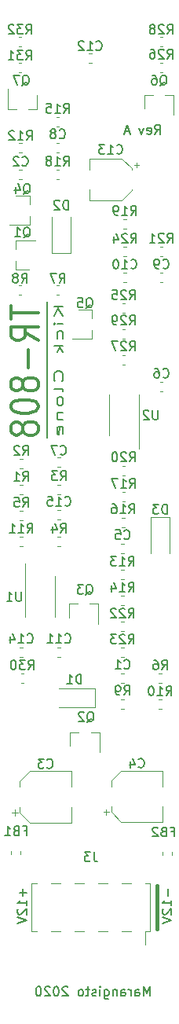
<source format=gbr>
G04 #@! TF.GenerationSoftware,KiCad,Pcbnew,(5.1.5)-3*
G04 #@! TF.CreationDate,2020-07-12T13:51:54+08:00*
G04 #@! TF.ProjectId,Kick-808,4b69636b-2d38-4303-982e-6b696361645f,rev?*
G04 #@! TF.SameCoordinates,Original*
G04 #@! TF.FileFunction,Legend,Bot*
G04 #@! TF.FilePolarity,Positive*
%FSLAX46Y46*%
G04 Gerber Fmt 4.6, Leading zero omitted, Abs format (unit mm)*
G04 Created by KiCad (PCBNEW (5.1.5)-3) date 2020-07-12 13:51:54*
%MOMM*%
%LPD*%
G04 APERTURE LIST*
%ADD10C,0.150000*%
%ADD11C,0.200000*%
%ADD12C,0.300000*%
%ADD13C,0.400000*%
%ADD14C,0.120000*%
G04 APERTURE END LIST*
D10*
X133897523Y-60523380D02*
X134230857Y-60047190D01*
X134468952Y-60523380D02*
X134468952Y-59523380D01*
X134088000Y-59523380D01*
X133992761Y-59571000D01*
X133945142Y-59618619D01*
X133897523Y-59713857D01*
X133897523Y-59856714D01*
X133945142Y-59951952D01*
X133992761Y-59999571D01*
X134088000Y-60047190D01*
X134468952Y-60047190D01*
X133088000Y-60475761D02*
X133183238Y-60523380D01*
X133373714Y-60523380D01*
X133468952Y-60475761D01*
X133516571Y-60380523D01*
X133516571Y-59999571D01*
X133468952Y-59904333D01*
X133373714Y-59856714D01*
X133183238Y-59856714D01*
X133088000Y-59904333D01*
X133040380Y-59999571D01*
X133040380Y-60094809D01*
X133516571Y-60190047D01*
X132707047Y-59856714D02*
X132468952Y-60523380D01*
X132230857Y-59856714D01*
X131135619Y-60237666D02*
X130659428Y-60237666D01*
X131230857Y-60523380D02*
X130897523Y-59523380D01*
X130564190Y-60523380D01*
X122301000Y-78613000D02*
X122301000Y-93218000D01*
D11*
X124023380Y-79121857D02*
X123023380Y-79121857D01*
X124023380Y-80150428D02*
X123451952Y-79379000D01*
X123023380Y-80150428D02*
X123594809Y-79121857D01*
X124023380Y-80921857D02*
X123356714Y-80921857D01*
X123023380Y-80921857D02*
X123071000Y-80836142D01*
X123118619Y-80921857D01*
X123071000Y-81007571D01*
X123023380Y-80921857D01*
X123118619Y-80921857D01*
X123975761Y-82550428D02*
X124023380Y-82379000D01*
X124023380Y-82036142D01*
X123975761Y-81864714D01*
X123928142Y-81779000D01*
X123832904Y-81693285D01*
X123547190Y-81693285D01*
X123451952Y-81779000D01*
X123404333Y-81864714D01*
X123356714Y-82036142D01*
X123356714Y-82379000D01*
X123404333Y-82550428D01*
X124023380Y-83321857D02*
X123023380Y-83321857D01*
X123642428Y-83493285D02*
X124023380Y-84007571D01*
X123356714Y-84007571D02*
X123737666Y-83321857D01*
X123928142Y-87179000D02*
X123975761Y-87093285D01*
X124023380Y-86836142D01*
X124023380Y-86664714D01*
X123975761Y-86407571D01*
X123880523Y-86236142D01*
X123785285Y-86150428D01*
X123594809Y-86064714D01*
X123451952Y-86064714D01*
X123261476Y-86150428D01*
X123166238Y-86236142D01*
X123071000Y-86407571D01*
X123023380Y-86664714D01*
X123023380Y-86836142D01*
X123071000Y-87093285D01*
X123118619Y-87179000D01*
X124023380Y-88207571D02*
X123975761Y-88036142D01*
X123880523Y-87950428D01*
X123023380Y-87950428D01*
X124023380Y-89150428D02*
X123975761Y-88979000D01*
X123928142Y-88893285D01*
X123832904Y-88807571D01*
X123547190Y-88807571D01*
X123451952Y-88893285D01*
X123404333Y-88979000D01*
X123356714Y-89150428D01*
X123356714Y-89407571D01*
X123404333Y-89579000D01*
X123451952Y-89664714D01*
X123547190Y-89750428D01*
X123832904Y-89750428D01*
X123928142Y-89664714D01*
X123975761Y-89579000D01*
X124023380Y-89407571D01*
X124023380Y-89150428D01*
X123356714Y-90521857D02*
X124023380Y-90521857D01*
X123451952Y-90521857D02*
X123404333Y-90607571D01*
X123356714Y-90779000D01*
X123356714Y-91036142D01*
X123404333Y-91207571D01*
X123499571Y-91293285D01*
X124023380Y-91293285D01*
X123975761Y-92836142D02*
X124023380Y-92664714D01*
X124023380Y-92321857D01*
X123975761Y-92150428D01*
X123880523Y-92064714D01*
X123499571Y-92064714D01*
X123404333Y-92150428D01*
X123356714Y-92321857D01*
X123356714Y-92664714D01*
X123404333Y-92836142D01*
X123499571Y-92921857D01*
X123594809Y-92921857D01*
X123690047Y-92064714D01*
D12*
X118372142Y-79022666D02*
X118372142Y-80451238D01*
X121372142Y-79736952D02*
X118372142Y-79736952D01*
X121372142Y-82713142D02*
X119943571Y-81879809D01*
X121372142Y-81284571D02*
X118372142Y-81284571D01*
X118372142Y-82236952D01*
X118515000Y-82475047D01*
X118657857Y-82594095D01*
X118943571Y-82713142D01*
X119372142Y-82713142D01*
X119657857Y-82594095D01*
X119800714Y-82475047D01*
X119943571Y-82236952D01*
X119943571Y-81284571D01*
X120229285Y-83784571D02*
X120229285Y-85689333D01*
X119657857Y-87236952D02*
X119515000Y-86998857D01*
X119372142Y-86879809D01*
X119086428Y-86760761D01*
X118943571Y-86760761D01*
X118657857Y-86879809D01*
X118515000Y-86998857D01*
X118372142Y-87236952D01*
X118372142Y-87713142D01*
X118515000Y-87951238D01*
X118657857Y-88070285D01*
X118943571Y-88189333D01*
X119086428Y-88189333D01*
X119372142Y-88070285D01*
X119515000Y-87951238D01*
X119657857Y-87713142D01*
X119657857Y-87236952D01*
X119800714Y-86998857D01*
X119943571Y-86879809D01*
X120229285Y-86760761D01*
X120800714Y-86760761D01*
X121086428Y-86879809D01*
X121229285Y-86998857D01*
X121372142Y-87236952D01*
X121372142Y-87713142D01*
X121229285Y-87951238D01*
X121086428Y-88070285D01*
X120800714Y-88189333D01*
X120229285Y-88189333D01*
X119943571Y-88070285D01*
X119800714Y-87951238D01*
X119657857Y-87713142D01*
X118372142Y-89736952D02*
X118372142Y-89975047D01*
X118515000Y-90213142D01*
X118657857Y-90332190D01*
X118943571Y-90451238D01*
X119515000Y-90570285D01*
X120229285Y-90570285D01*
X120800714Y-90451238D01*
X121086428Y-90332190D01*
X121229285Y-90213142D01*
X121372142Y-89975047D01*
X121372142Y-89736952D01*
X121229285Y-89498857D01*
X121086428Y-89379809D01*
X120800714Y-89260761D01*
X120229285Y-89141714D01*
X119515000Y-89141714D01*
X118943571Y-89260761D01*
X118657857Y-89379809D01*
X118515000Y-89498857D01*
X118372142Y-89736952D01*
X119657857Y-91998857D02*
X119515000Y-91760761D01*
X119372142Y-91641714D01*
X119086428Y-91522666D01*
X118943571Y-91522666D01*
X118657857Y-91641714D01*
X118515000Y-91760761D01*
X118372142Y-91998857D01*
X118372142Y-92475047D01*
X118515000Y-92713142D01*
X118657857Y-92832190D01*
X118943571Y-92951238D01*
X119086428Y-92951238D01*
X119372142Y-92832190D01*
X119515000Y-92713142D01*
X119657857Y-92475047D01*
X119657857Y-91998857D01*
X119800714Y-91760761D01*
X119943571Y-91641714D01*
X120229285Y-91522666D01*
X120800714Y-91522666D01*
X121086428Y-91641714D01*
X121229285Y-91760761D01*
X121372142Y-91998857D01*
X121372142Y-92475047D01*
X121229285Y-92713142D01*
X121086428Y-92832190D01*
X120800714Y-92951238D01*
X120229285Y-92951238D01*
X119943571Y-92832190D01*
X119800714Y-92713142D01*
X119657857Y-92475047D01*
D10*
X133373047Y-153360380D02*
X133373047Y-152360380D01*
X133039714Y-153074666D01*
X132706380Y-152360380D01*
X132706380Y-153360380D01*
X131801619Y-153360380D02*
X131801619Y-152836571D01*
X131849238Y-152741333D01*
X131944476Y-152693714D01*
X132134952Y-152693714D01*
X132230190Y-152741333D01*
X131801619Y-153312761D02*
X131896857Y-153360380D01*
X132134952Y-153360380D01*
X132230190Y-153312761D01*
X132277809Y-153217523D01*
X132277809Y-153122285D01*
X132230190Y-153027047D01*
X132134952Y-152979428D01*
X131896857Y-152979428D01*
X131801619Y-152931809D01*
X131325428Y-153360380D02*
X131325428Y-152693714D01*
X131325428Y-152884190D02*
X131277809Y-152788952D01*
X131230190Y-152741333D01*
X131134952Y-152693714D01*
X131039714Y-152693714D01*
X130277809Y-153360380D02*
X130277809Y-152836571D01*
X130325428Y-152741333D01*
X130420666Y-152693714D01*
X130611142Y-152693714D01*
X130706380Y-152741333D01*
X130277809Y-153312761D02*
X130373047Y-153360380D01*
X130611142Y-153360380D01*
X130706380Y-153312761D01*
X130754000Y-153217523D01*
X130754000Y-153122285D01*
X130706380Y-153027047D01*
X130611142Y-152979428D01*
X130373047Y-152979428D01*
X130277809Y-152931809D01*
X129801619Y-152693714D02*
X129801619Y-153360380D01*
X129801619Y-152788952D02*
X129754000Y-152741333D01*
X129658761Y-152693714D01*
X129515904Y-152693714D01*
X129420666Y-152741333D01*
X129373047Y-152836571D01*
X129373047Y-153360380D01*
X128468285Y-152693714D02*
X128468285Y-153503238D01*
X128515904Y-153598476D01*
X128563523Y-153646095D01*
X128658761Y-153693714D01*
X128801619Y-153693714D01*
X128896857Y-153646095D01*
X128468285Y-153312761D02*
X128563523Y-153360380D01*
X128754000Y-153360380D01*
X128849238Y-153312761D01*
X128896857Y-153265142D01*
X128944476Y-153169904D01*
X128944476Y-152884190D01*
X128896857Y-152788952D01*
X128849238Y-152741333D01*
X128754000Y-152693714D01*
X128563523Y-152693714D01*
X128468285Y-152741333D01*
X127992095Y-153360380D02*
X127992095Y-152693714D01*
X127992095Y-152360380D02*
X128039714Y-152408000D01*
X127992095Y-152455619D01*
X127944476Y-152408000D01*
X127992095Y-152360380D01*
X127992095Y-152455619D01*
X127563523Y-153312761D02*
X127468285Y-153360380D01*
X127277809Y-153360380D01*
X127182571Y-153312761D01*
X127134952Y-153217523D01*
X127134952Y-153169904D01*
X127182571Y-153074666D01*
X127277809Y-153027047D01*
X127420666Y-153027047D01*
X127515904Y-152979428D01*
X127563523Y-152884190D01*
X127563523Y-152836571D01*
X127515904Y-152741333D01*
X127420666Y-152693714D01*
X127277809Y-152693714D01*
X127182571Y-152741333D01*
X126849238Y-152693714D02*
X126468285Y-152693714D01*
X126706380Y-152360380D02*
X126706380Y-153217523D01*
X126658761Y-153312761D01*
X126563523Y-153360380D01*
X126468285Y-153360380D01*
X125992095Y-153360380D02*
X126087333Y-153312761D01*
X126134952Y-153265142D01*
X126182571Y-153169904D01*
X126182571Y-152884190D01*
X126134952Y-152788952D01*
X126087333Y-152741333D01*
X125992095Y-152693714D01*
X125849238Y-152693714D01*
X125754000Y-152741333D01*
X125706380Y-152788952D01*
X125658761Y-152884190D01*
X125658761Y-153169904D01*
X125706380Y-153265142D01*
X125754000Y-153312761D01*
X125849238Y-153360380D01*
X125992095Y-153360380D01*
X124515904Y-152455619D02*
X124468285Y-152408000D01*
X124373047Y-152360380D01*
X124134952Y-152360380D01*
X124039714Y-152408000D01*
X123992095Y-152455619D01*
X123944476Y-152550857D01*
X123944476Y-152646095D01*
X123992095Y-152788952D01*
X124563523Y-153360380D01*
X123944476Y-153360380D01*
X123325428Y-152360380D02*
X123230190Y-152360380D01*
X123134952Y-152408000D01*
X123087333Y-152455619D01*
X123039714Y-152550857D01*
X122992095Y-152741333D01*
X122992095Y-152979428D01*
X123039714Y-153169904D01*
X123087333Y-153265142D01*
X123134952Y-153312761D01*
X123230190Y-153360380D01*
X123325428Y-153360380D01*
X123420666Y-153312761D01*
X123468285Y-153265142D01*
X123515904Y-153169904D01*
X123563523Y-152979428D01*
X123563523Y-152741333D01*
X123515904Y-152550857D01*
X123468285Y-152455619D01*
X123420666Y-152408000D01*
X123325428Y-152360380D01*
X122611142Y-152455619D02*
X122563523Y-152408000D01*
X122468285Y-152360380D01*
X122230190Y-152360380D01*
X122134952Y-152408000D01*
X122087333Y-152455619D01*
X122039714Y-152550857D01*
X122039714Y-152646095D01*
X122087333Y-152788952D01*
X122658761Y-153360380D01*
X122039714Y-153360380D01*
X121420666Y-152360380D02*
X121325428Y-152360380D01*
X121230190Y-152408000D01*
X121182571Y-152455619D01*
X121134952Y-152550857D01*
X121087333Y-152741333D01*
X121087333Y-152979428D01*
X121134952Y-153169904D01*
X121182571Y-153265142D01*
X121230190Y-153312761D01*
X121325428Y-153360380D01*
X121420666Y-153360380D01*
X121515904Y-153312761D01*
X121563523Y-153265142D01*
X121611142Y-153169904D01*
X121658761Y-152979428D01*
X121658761Y-152741333D01*
X121611142Y-152550857D01*
X121563523Y-152455619D01*
X121515904Y-152408000D01*
X121420666Y-152360380D01*
X135326428Y-141875095D02*
X135326428Y-142637000D01*
X135707380Y-143637000D02*
X135707380Y-143065571D01*
X135707380Y-143351285D02*
X134707380Y-143351285D01*
X134850238Y-143256047D01*
X134945476Y-143160809D01*
X134993095Y-143065571D01*
X134802619Y-144017952D02*
X134755000Y-144065571D01*
X134707380Y-144160809D01*
X134707380Y-144398904D01*
X134755000Y-144494142D01*
X134802619Y-144541761D01*
X134897857Y-144589380D01*
X134993095Y-144589380D01*
X135135952Y-144541761D01*
X135707380Y-143970333D01*
X135707380Y-144589380D01*
X134707380Y-144875095D02*
X135707380Y-145208428D01*
X134707380Y-145541761D01*
X119705428Y-141875095D02*
X119705428Y-142637000D01*
X120086380Y-142256047D02*
X119324476Y-142256047D01*
X120086380Y-143637000D02*
X120086380Y-143065571D01*
X120086380Y-143351285D02*
X119086380Y-143351285D01*
X119229238Y-143256047D01*
X119324476Y-143160809D01*
X119372095Y-143065571D01*
X119181619Y-144017952D02*
X119134000Y-144065571D01*
X119086380Y-144160809D01*
X119086380Y-144398904D01*
X119134000Y-144494142D01*
X119181619Y-144541761D01*
X119276857Y-144589380D01*
X119372095Y-144589380D01*
X119514952Y-144541761D01*
X120086380Y-143970333D01*
X120086380Y-144589380D01*
X119086380Y-144875095D02*
X120086380Y-145208428D01*
X119086380Y-145541761D01*
D13*
X134112000Y-141478000D02*
X134112000Y-146177000D01*
D14*
X130591779Y-122430000D02*
X130266221Y-122430000D01*
X130591779Y-121410000D02*
X130266221Y-121410000D01*
X132166000Y-90805000D02*
X132166000Y-94405000D01*
X132166000Y-90805000D02*
X132166000Y-88605000D01*
X128946000Y-90805000D02*
X128946000Y-93005000D01*
X128946000Y-90805000D02*
X128946000Y-88605000D01*
X119929000Y-110363000D02*
X119929000Y-106763000D01*
X119929000Y-110363000D02*
X119929000Y-112563000D01*
X123149000Y-110363000D02*
X123149000Y-108163000D01*
X123149000Y-110363000D02*
X123149000Y-112563000D01*
X123733779Y-102059200D02*
X123408221Y-102059200D01*
X123733779Y-101039200D02*
X123408221Y-101039200D01*
X119669779Y-116842000D02*
X119344221Y-116842000D01*
X119669779Y-115822000D02*
X119344221Y-115822000D01*
X133410000Y-146428000D02*
X133410000Y-141228000D01*
X120590000Y-146428000D02*
X120590000Y-141228000D01*
X132840000Y-147868000D02*
X132840000Y-146428000D01*
X133410000Y-146428000D02*
X132840000Y-146428000D01*
X133410000Y-141228000D02*
X132840000Y-141228000D01*
X121160000Y-146428000D02*
X120590000Y-146428000D01*
X121160000Y-141228000D02*
X120590000Y-141228000D01*
X131320000Y-146428000D02*
X130300000Y-146428000D01*
X131320000Y-141228000D02*
X130300000Y-141228000D01*
X128780000Y-146428000D02*
X127760000Y-146428000D01*
X128780000Y-141228000D02*
X127760000Y-141228000D01*
X126240000Y-146428000D02*
X125220000Y-146428000D01*
X126240000Y-141228000D02*
X125220000Y-141228000D01*
X123700000Y-146428000D02*
X122680000Y-146428000D01*
X123700000Y-141228000D02*
X122680000Y-141228000D01*
X119217221Y-50061400D02*
X119542779Y-50061400D01*
X119217221Y-51081400D02*
X119542779Y-51081400D01*
X119217221Y-52855400D02*
X119542779Y-52855400D01*
X119217221Y-53875400D02*
X119542779Y-53875400D01*
X119471221Y-118616000D02*
X119796779Y-118616000D01*
X119471221Y-119636000D02*
X119796779Y-119636000D01*
X130718779Y-82552000D02*
X130393221Y-82552000D01*
X130718779Y-81532000D02*
X130393221Y-81532000D01*
X134457221Y-50061400D02*
X134782779Y-50061400D01*
X134457221Y-51081400D02*
X134782779Y-51081400D01*
X130718779Y-85346000D02*
X130393221Y-85346000D01*
X130718779Y-84326000D02*
X130393221Y-84326000D01*
X134782779Y-53875400D02*
X134457221Y-53875400D01*
X134782779Y-52855400D02*
X134457221Y-52855400D01*
X130393221Y-78738000D02*
X130718779Y-78738000D01*
X130393221Y-79758000D02*
X130718779Y-79758000D01*
X130520221Y-72642000D02*
X130845779Y-72642000D01*
X130520221Y-73662000D02*
X130845779Y-73662000D01*
X130266221Y-115822000D02*
X130591779Y-115822000D01*
X130266221Y-116842000D02*
X130591779Y-116842000D01*
X130266221Y-113028000D02*
X130591779Y-113028000D01*
X130266221Y-114048000D02*
X130591779Y-114048000D01*
X134457221Y-72642000D02*
X134782779Y-72642000D01*
X134457221Y-73662000D02*
X134782779Y-73662000D01*
X130718779Y-97284000D02*
X130393221Y-97284000D01*
X130718779Y-96264000D02*
X130393221Y-96264000D01*
X130845779Y-70741000D02*
X130520221Y-70741000D01*
X130845779Y-69721000D02*
X130520221Y-69721000D01*
X123606779Y-65407000D02*
X123281221Y-65407000D01*
X123606779Y-64387000D02*
X123281221Y-64387000D01*
X130393221Y-99058000D02*
X130718779Y-99058000D01*
X130393221Y-100078000D02*
X130718779Y-100078000D01*
X130654779Y-102872000D02*
X130329221Y-102872000D01*
X130654779Y-101852000D02*
X130329221Y-101852000D01*
X123281221Y-58672000D02*
X123606779Y-58672000D01*
X123281221Y-59692000D02*
X123606779Y-59692000D01*
X130266221Y-110234000D02*
X130591779Y-110234000D01*
X130266221Y-111254000D02*
X130591779Y-111254000D01*
X130266221Y-107440000D02*
X130591779Y-107440000D01*
X130266221Y-108460000D02*
X130591779Y-108460000D01*
X119281221Y-61466000D02*
X119606779Y-61466000D01*
X119281221Y-62486000D02*
X119606779Y-62486000D01*
X119344221Y-103884000D02*
X119669779Y-103884000D01*
X119344221Y-104904000D02*
X119669779Y-104904000D01*
X134330221Y-121410000D02*
X134655779Y-121410000D01*
X134330221Y-122430000D02*
X134655779Y-122430000D01*
X119217221Y-76833000D02*
X119542779Y-76833000D01*
X119217221Y-77853000D02*
X119542779Y-77853000D01*
X123281221Y-76833000D02*
X123606779Y-76833000D01*
X123281221Y-77853000D02*
X123606779Y-77853000D01*
X134330221Y-118616000D02*
X134655779Y-118616000D01*
X134330221Y-119636000D02*
X134655779Y-119636000D01*
X119344221Y-101090000D02*
X119669779Y-101090000D01*
X119344221Y-102110000D02*
X119669779Y-102110000D01*
X123408221Y-103884000D02*
X123733779Y-103884000D01*
X123408221Y-104904000D02*
X123733779Y-104904000D01*
X123733779Y-99316000D02*
X123408221Y-99316000D01*
X123733779Y-98296000D02*
X123408221Y-98296000D01*
X119344221Y-95502000D02*
X119669779Y-95502000D01*
X119344221Y-96522000D02*
X119669779Y-96522000D01*
X119344221Y-98296000D02*
X119669779Y-98296000D01*
X119344221Y-99316000D02*
X119669779Y-99316000D01*
X121214000Y-57808400D02*
X121214000Y-56348400D01*
X118054000Y-57808400D02*
X118054000Y-55648400D01*
X118054000Y-57808400D02*
X118984000Y-57808400D01*
X121214000Y-57808400D02*
X120284000Y-57808400D01*
X132786000Y-56288400D02*
X132786000Y-57748400D01*
X135946000Y-56288400D02*
X135946000Y-58448400D01*
X135946000Y-56288400D02*
X135016000Y-56288400D01*
X132786000Y-56288400D02*
X133716000Y-56288400D01*
X127125000Y-79446000D02*
X125665000Y-79446000D01*
X127125000Y-82606000D02*
X124965000Y-82606000D01*
X127125000Y-82606000D02*
X127125000Y-81676000D01*
X127125000Y-79446000D02*
X127125000Y-80376000D01*
X120394000Y-67127000D02*
X118934000Y-67127000D01*
X120394000Y-70287000D02*
X118234000Y-70287000D01*
X120394000Y-70287000D02*
X120394000Y-69357000D01*
X120394000Y-67127000D02*
X120394000Y-68057000D01*
X124658000Y-111127000D02*
X124658000Y-112587000D01*
X127818000Y-111127000D02*
X127818000Y-113287000D01*
X127818000Y-111127000D02*
X126888000Y-111127000D01*
X124658000Y-111127000D02*
X125588000Y-111127000D01*
X124785000Y-124970000D02*
X124785000Y-126430000D01*
X127945000Y-124970000D02*
X127945000Y-127130000D01*
X127945000Y-124970000D02*
X127015000Y-124970000D01*
X124785000Y-124970000D02*
X125715000Y-124970000D01*
X118874000Y-75113000D02*
X120334000Y-75113000D01*
X118874000Y-71953000D02*
X121034000Y-71953000D01*
X118874000Y-71953000D02*
X118874000Y-72883000D01*
X118874000Y-75113000D02*
X118874000Y-74183000D01*
X135790000Y-137861221D02*
X135790000Y-138186779D01*
X134770000Y-137861221D02*
X134770000Y-138186779D01*
X119382000Y-137759221D02*
X119382000Y-138084779D01*
X118362000Y-137759221D02*
X118362000Y-138084779D01*
X133493000Y-101763000D02*
X133493000Y-105663000D01*
X135493000Y-101763000D02*
X135493000Y-105663000D01*
X133493000Y-101763000D02*
X135493000Y-101763000D01*
X124825000Y-73370000D02*
X124825000Y-69470000D01*
X122825000Y-73370000D02*
X122825000Y-69470000D01*
X124825000Y-73370000D02*
X122825000Y-73370000D01*
X127472000Y-120285000D02*
X123572000Y-120285000D01*
X127472000Y-122285000D02*
X123572000Y-122285000D01*
X127472000Y-120285000D02*
X127472000Y-122285000D01*
X131909000Y-63595000D02*
X131909000Y-64095000D01*
X132159000Y-63845000D02*
X131659000Y-63845000D01*
X131419000Y-66600563D02*
X130354563Y-67665000D01*
X131419000Y-64209437D02*
X130354563Y-63145000D01*
X131419000Y-64209437D02*
X131419000Y-64345000D01*
X131419000Y-66600563D02*
X131419000Y-66465000D01*
X130354563Y-67665000D02*
X126899000Y-67665000D01*
X130354563Y-63145000D02*
X126899000Y-63145000D01*
X126899000Y-63145000D02*
X126899000Y-64345000D01*
X126899000Y-67665000D02*
X126899000Y-66465000D01*
X126773221Y-51814000D02*
X127098779Y-51814000D01*
X126773221Y-52834000D02*
X127098779Y-52834000D01*
X123733779Y-116842000D02*
X123408221Y-116842000D01*
X123733779Y-115822000D02*
X123408221Y-115822000D01*
X130520221Y-75436000D02*
X130845779Y-75436000D01*
X130520221Y-76456000D02*
X130845779Y-76456000D01*
X134457221Y-75436000D02*
X134782779Y-75436000D01*
X134457221Y-76456000D02*
X134782779Y-76456000D01*
X123606779Y-62486000D02*
X123281221Y-62486000D01*
X123606779Y-61466000D02*
X123281221Y-61466000D01*
X123733779Y-96395000D02*
X123408221Y-96395000D01*
X123733779Y-95375000D02*
X123408221Y-95375000D01*
X134782779Y-88267000D02*
X134457221Y-88267000D01*
X134782779Y-87247000D02*
X134457221Y-87247000D01*
X130591779Y-105666000D02*
X130266221Y-105666000D01*
X130591779Y-104646000D02*
X130266221Y-104646000D01*
X128665500Y-133874500D02*
X128665500Y-133249500D01*
X128353000Y-133562000D02*
X128978000Y-133562000D01*
X129218000Y-130181437D02*
X130282437Y-129117000D01*
X129218000Y-133572563D02*
X130282437Y-134637000D01*
X129218000Y-133572563D02*
X129218000Y-132937000D01*
X129218000Y-130181437D02*
X129218000Y-130817000D01*
X130282437Y-129117000D02*
X134738000Y-129117000D01*
X130282437Y-134637000D02*
X134738000Y-134637000D01*
X134738000Y-134637000D02*
X134738000Y-132937000D01*
X134738000Y-129117000D02*
X134738000Y-130817000D01*
X118810500Y-133925500D02*
X118810500Y-133300500D01*
X118498000Y-133613000D02*
X119123000Y-133613000D01*
X119363000Y-130232437D02*
X120427437Y-129168000D01*
X119363000Y-133623563D02*
X120427437Y-134688000D01*
X119363000Y-133623563D02*
X119363000Y-132988000D01*
X119363000Y-130232437D02*
X119363000Y-130868000D01*
X120427437Y-129168000D02*
X124883000Y-129168000D01*
X120427437Y-134688000D02*
X124883000Y-134688000D01*
X124883000Y-134688000D02*
X124883000Y-132988000D01*
X124883000Y-129168000D02*
X124883000Y-130868000D01*
X119281221Y-64387000D02*
X119606779Y-64387000D01*
X119281221Y-65407000D02*
X119606779Y-65407000D01*
X130591779Y-119636000D02*
X130266221Y-119636000D01*
X130591779Y-118616000D02*
X130266221Y-118616000D01*
D10*
X130595666Y-120942380D02*
X130929000Y-120466190D01*
X131167095Y-120942380D02*
X131167095Y-119942380D01*
X130786142Y-119942380D01*
X130690904Y-119990000D01*
X130643285Y-120037619D01*
X130595666Y-120132857D01*
X130595666Y-120275714D01*
X130643285Y-120370952D01*
X130690904Y-120418571D01*
X130786142Y-120466190D01*
X131167095Y-120466190D01*
X130119476Y-120942380D02*
X129929000Y-120942380D01*
X129833761Y-120894761D01*
X129786142Y-120847142D01*
X129690904Y-120704285D01*
X129643285Y-120513809D01*
X129643285Y-120132857D01*
X129690904Y-120037619D01*
X129738523Y-119990000D01*
X129833761Y-119942380D01*
X130024238Y-119942380D01*
X130119476Y-119990000D01*
X130167095Y-120037619D01*
X130214714Y-120132857D01*
X130214714Y-120370952D01*
X130167095Y-120466190D01*
X130119476Y-120513809D01*
X130024238Y-120561428D01*
X129833761Y-120561428D01*
X129738523Y-120513809D01*
X129690904Y-120466190D01*
X129643285Y-120370952D01*
X134238904Y-90257380D02*
X134238904Y-91066904D01*
X134191285Y-91162142D01*
X134143666Y-91209761D01*
X134048428Y-91257380D01*
X133857952Y-91257380D01*
X133762714Y-91209761D01*
X133715095Y-91162142D01*
X133667476Y-91066904D01*
X133667476Y-90257380D01*
X133238904Y-90352619D02*
X133191285Y-90305000D01*
X133096047Y-90257380D01*
X132857952Y-90257380D01*
X132762714Y-90305000D01*
X132715095Y-90352619D01*
X132667476Y-90447857D01*
X132667476Y-90543095D01*
X132715095Y-90685952D01*
X133286523Y-91257380D01*
X132667476Y-91257380D01*
X119506904Y-109815380D02*
X119506904Y-110624904D01*
X119459285Y-110720142D01*
X119411666Y-110767761D01*
X119316428Y-110815380D01*
X119125952Y-110815380D01*
X119030714Y-110767761D01*
X118983095Y-110720142D01*
X118935476Y-110624904D01*
X118935476Y-109815380D01*
X117935476Y-110815380D02*
X118506904Y-110815380D01*
X118221190Y-110815380D02*
X118221190Y-109815380D01*
X118316428Y-109958238D01*
X118411666Y-110053476D01*
X118506904Y-110101095D01*
X124213857Y-100476342D02*
X124261476Y-100523961D01*
X124404333Y-100571580D01*
X124499571Y-100571580D01*
X124642428Y-100523961D01*
X124737666Y-100428723D01*
X124785285Y-100333485D01*
X124832904Y-100143009D01*
X124832904Y-100000152D01*
X124785285Y-99809676D01*
X124737666Y-99714438D01*
X124642428Y-99619200D01*
X124499571Y-99571580D01*
X124404333Y-99571580D01*
X124261476Y-99619200D01*
X124213857Y-99666819D01*
X123261476Y-100571580D02*
X123832904Y-100571580D01*
X123547190Y-100571580D02*
X123547190Y-99571580D01*
X123642428Y-99714438D01*
X123737666Y-99809676D01*
X123832904Y-99857295D01*
X122356714Y-99571580D02*
X122832904Y-99571580D01*
X122880523Y-100047771D01*
X122832904Y-100000152D01*
X122737666Y-99952533D01*
X122499571Y-99952533D01*
X122404333Y-100000152D01*
X122356714Y-100047771D01*
X122309095Y-100143009D01*
X122309095Y-100381104D01*
X122356714Y-100476342D01*
X122404333Y-100523961D01*
X122499571Y-100571580D01*
X122737666Y-100571580D01*
X122832904Y-100523961D01*
X122880523Y-100476342D01*
X120149857Y-115259142D02*
X120197476Y-115306761D01*
X120340333Y-115354380D01*
X120435571Y-115354380D01*
X120578428Y-115306761D01*
X120673666Y-115211523D01*
X120721285Y-115116285D01*
X120768904Y-114925809D01*
X120768904Y-114782952D01*
X120721285Y-114592476D01*
X120673666Y-114497238D01*
X120578428Y-114402000D01*
X120435571Y-114354380D01*
X120340333Y-114354380D01*
X120197476Y-114402000D01*
X120149857Y-114449619D01*
X119197476Y-115354380D02*
X119768904Y-115354380D01*
X119483190Y-115354380D02*
X119483190Y-114354380D01*
X119578428Y-114497238D01*
X119673666Y-114592476D01*
X119768904Y-114640095D01*
X118340333Y-114687714D02*
X118340333Y-115354380D01*
X118578428Y-114306761D02*
X118816523Y-115021047D01*
X118197476Y-115021047D01*
X127333333Y-137882380D02*
X127333333Y-138596666D01*
X127380952Y-138739523D01*
X127476190Y-138834761D01*
X127619047Y-138882380D01*
X127714285Y-138882380D01*
X126952380Y-137882380D02*
X126333333Y-137882380D01*
X126666666Y-138263333D01*
X126523809Y-138263333D01*
X126428571Y-138310952D01*
X126380952Y-138358571D01*
X126333333Y-138453809D01*
X126333333Y-138691904D01*
X126380952Y-138787142D01*
X126428571Y-138834761D01*
X126523809Y-138882380D01*
X126809523Y-138882380D01*
X126904761Y-138834761D01*
X126952380Y-138787142D01*
X120022857Y-49728380D02*
X120356190Y-49252190D01*
X120594285Y-49728380D02*
X120594285Y-48728380D01*
X120213333Y-48728380D01*
X120118095Y-48776000D01*
X120070476Y-48823619D01*
X120022857Y-48918857D01*
X120022857Y-49061714D01*
X120070476Y-49156952D01*
X120118095Y-49204571D01*
X120213333Y-49252190D01*
X120594285Y-49252190D01*
X119689523Y-48728380D02*
X119070476Y-48728380D01*
X119403809Y-49109333D01*
X119260952Y-49109333D01*
X119165714Y-49156952D01*
X119118095Y-49204571D01*
X119070476Y-49299809D01*
X119070476Y-49537904D01*
X119118095Y-49633142D01*
X119165714Y-49680761D01*
X119260952Y-49728380D01*
X119546666Y-49728380D01*
X119641904Y-49680761D01*
X119689523Y-49633142D01*
X118689523Y-48823619D02*
X118641904Y-48776000D01*
X118546666Y-48728380D01*
X118308571Y-48728380D01*
X118213333Y-48776000D01*
X118165714Y-48823619D01*
X118118095Y-48918857D01*
X118118095Y-49014095D01*
X118165714Y-49156952D01*
X118737142Y-49728380D01*
X118118095Y-49728380D01*
X120022857Y-52522380D02*
X120356190Y-52046190D01*
X120594285Y-52522380D02*
X120594285Y-51522380D01*
X120213333Y-51522380D01*
X120118095Y-51570000D01*
X120070476Y-51617619D01*
X120022857Y-51712857D01*
X120022857Y-51855714D01*
X120070476Y-51950952D01*
X120118095Y-51998571D01*
X120213333Y-52046190D01*
X120594285Y-52046190D01*
X119689523Y-51522380D02*
X119070476Y-51522380D01*
X119403809Y-51903333D01*
X119260952Y-51903333D01*
X119165714Y-51950952D01*
X119118095Y-51998571D01*
X119070476Y-52093809D01*
X119070476Y-52331904D01*
X119118095Y-52427142D01*
X119165714Y-52474761D01*
X119260952Y-52522380D01*
X119546666Y-52522380D01*
X119641904Y-52474761D01*
X119689523Y-52427142D01*
X118118095Y-52522380D02*
X118689523Y-52522380D01*
X118403809Y-52522380D02*
X118403809Y-51522380D01*
X118499047Y-51665238D01*
X118594285Y-51760476D01*
X118689523Y-51808095D01*
X120276857Y-118214380D02*
X120610190Y-117738190D01*
X120848285Y-118214380D02*
X120848285Y-117214380D01*
X120467333Y-117214380D01*
X120372095Y-117262000D01*
X120324476Y-117309619D01*
X120276857Y-117404857D01*
X120276857Y-117547714D01*
X120324476Y-117642952D01*
X120372095Y-117690571D01*
X120467333Y-117738190D01*
X120848285Y-117738190D01*
X119943523Y-117214380D02*
X119324476Y-117214380D01*
X119657809Y-117595333D01*
X119514952Y-117595333D01*
X119419714Y-117642952D01*
X119372095Y-117690571D01*
X119324476Y-117785809D01*
X119324476Y-118023904D01*
X119372095Y-118119142D01*
X119419714Y-118166761D01*
X119514952Y-118214380D01*
X119800666Y-118214380D01*
X119895904Y-118166761D01*
X119943523Y-118119142D01*
X118705428Y-117214380D02*
X118610190Y-117214380D01*
X118514952Y-117262000D01*
X118467333Y-117309619D01*
X118419714Y-117404857D01*
X118372095Y-117595333D01*
X118372095Y-117833428D01*
X118419714Y-118023904D01*
X118467333Y-118119142D01*
X118514952Y-118166761D01*
X118610190Y-118214380D01*
X118705428Y-118214380D01*
X118800666Y-118166761D01*
X118848285Y-118119142D01*
X118895904Y-118023904D01*
X118943523Y-117833428D01*
X118943523Y-117595333D01*
X118895904Y-117404857D01*
X118848285Y-117309619D01*
X118800666Y-117262000D01*
X118705428Y-117214380D01*
X131198857Y-81064380D02*
X131532190Y-80588190D01*
X131770285Y-81064380D02*
X131770285Y-80064380D01*
X131389333Y-80064380D01*
X131294095Y-80112000D01*
X131246476Y-80159619D01*
X131198857Y-80254857D01*
X131198857Y-80397714D01*
X131246476Y-80492952D01*
X131294095Y-80540571D01*
X131389333Y-80588190D01*
X131770285Y-80588190D01*
X130817904Y-80159619D02*
X130770285Y-80112000D01*
X130675047Y-80064380D01*
X130436952Y-80064380D01*
X130341714Y-80112000D01*
X130294095Y-80159619D01*
X130246476Y-80254857D01*
X130246476Y-80350095D01*
X130294095Y-80492952D01*
X130865523Y-81064380D01*
X130246476Y-81064380D01*
X129770285Y-81064380D02*
X129579809Y-81064380D01*
X129484571Y-81016761D01*
X129436952Y-80969142D01*
X129341714Y-80826285D01*
X129294095Y-80635809D01*
X129294095Y-80254857D01*
X129341714Y-80159619D01*
X129389333Y-80112000D01*
X129484571Y-80064380D01*
X129675047Y-80064380D01*
X129770285Y-80112000D01*
X129817904Y-80159619D01*
X129865523Y-80254857D01*
X129865523Y-80492952D01*
X129817904Y-80588190D01*
X129770285Y-80635809D01*
X129675047Y-80683428D01*
X129484571Y-80683428D01*
X129389333Y-80635809D01*
X129341714Y-80588190D01*
X129294095Y-80492952D01*
X135262857Y-49728380D02*
X135596190Y-49252190D01*
X135834285Y-49728380D02*
X135834285Y-48728380D01*
X135453333Y-48728380D01*
X135358095Y-48776000D01*
X135310476Y-48823619D01*
X135262857Y-48918857D01*
X135262857Y-49061714D01*
X135310476Y-49156952D01*
X135358095Y-49204571D01*
X135453333Y-49252190D01*
X135834285Y-49252190D01*
X134881904Y-48823619D02*
X134834285Y-48776000D01*
X134739047Y-48728380D01*
X134500952Y-48728380D01*
X134405714Y-48776000D01*
X134358095Y-48823619D01*
X134310476Y-48918857D01*
X134310476Y-49014095D01*
X134358095Y-49156952D01*
X134929523Y-49728380D01*
X134310476Y-49728380D01*
X133739047Y-49156952D02*
X133834285Y-49109333D01*
X133881904Y-49061714D01*
X133929523Y-48966476D01*
X133929523Y-48918857D01*
X133881904Y-48823619D01*
X133834285Y-48776000D01*
X133739047Y-48728380D01*
X133548571Y-48728380D01*
X133453333Y-48776000D01*
X133405714Y-48823619D01*
X133358095Y-48918857D01*
X133358095Y-48966476D01*
X133405714Y-49061714D01*
X133453333Y-49109333D01*
X133548571Y-49156952D01*
X133739047Y-49156952D01*
X133834285Y-49204571D01*
X133881904Y-49252190D01*
X133929523Y-49347428D01*
X133929523Y-49537904D01*
X133881904Y-49633142D01*
X133834285Y-49680761D01*
X133739047Y-49728380D01*
X133548571Y-49728380D01*
X133453333Y-49680761D01*
X133405714Y-49633142D01*
X133358095Y-49537904D01*
X133358095Y-49347428D01*
X133405714Y-49252190D01*
X133453333Y-49204571D01*
X133548571Y-49156952D01*
X131198857Y-83858380D02*
X131532190Y-83382190D01*
X131770285Y-83858380D02*
X131770285Y-82858380D01*
X131389333Y-82858380D01*
X131294095Y-82906000D01*
X131246476Y-82953619D01*
X131198857Y-83048857D01*
X131198857Y-83191714D01*
X131246476Y-83286952D01*
X131294095Y-83334571D01*
X131389333Y-83382190D01*
X131770285Y-83382190D01*
X130817904Y-82953619D02*
X130770285Y-82906000D01*
X130675047Y-82858380D01*
X130436952Y-82858380D01*
X130341714Y-82906000D01*
X130294095Y-82953619D01*
X130246476Y-83048857D01*
X130246476Y-83144095D01*
X130294095Y-83286952D01*
X130865523Y-83858380D01*
X130246476Y-83858380D01*
X129913142Y-82858380D02*
X129246476Y-82858380D01*
X129675047Y-83858380D01*
X135262857Y-52387780D02*
X135596190Y-51911590D01*
X135834285Y-52387780D02*
X135834285Y-51387780D01*
X135453333Y-51387780D01*
X135358095Y-51435400D01*
X135310476Y-51483019D01*
X135262857Y-51578257D01*
X135262857Y-51721114D01*
X135310476Y-51816352D01*
X135358095Y-51863971D01*
X135453333Y-51911590D01*
X135834285Y-51911590D01*
X134881904Y-51483019D02*
X134834285Y-51435400D01*
X134739047Y-51387780D01*
X134500952Y-51387780D01*
X134405714Y-51435400D01*
X134358095Y-51483019D01*
X134310476Y-51578257D01*
X134310476Y-51673495D01*
X134358095Y-51816352D01*
X134929523Y-52387780D01*
X134310476Y-52387780D01*
X133453333Y-51387780D02*
X133643809Y-51387780D01*
X133739047Y-51435400D01*
X133786666Y-51483019D01*
X133881904Y-51625876D01*
X133929523Y-51816352D01*
X133929523Y-52197304D01*
X133881904Y-52292542D01*
X133834285Y-52340161D01*
X133739047Y-52387780D01*
X133548571Y-52387780D01*
X133453333Y-52340161D01*
X133405714Y-52292542D01*
X133358095Y-52197304D01*
X133358095Y-51959209D01*
X133405714Y-51863971D01*
X133453333Y-51816352D01*
X133548571Y-51768733D01*
X133739047Y-51768733D01*
X133834285Y-51816352D01*
X133881904Y-51863971D01*
X133929523Y-51959209D01*
X131198857Y-78336380D02*
X131532190Y-77860190D01*
X131770285Y-78336380D02*
X131770285Y-77336380D01*
X131389333Y-77336380D01*
X131294095Y-77384000D01*
X131246476Y-77431619D01*
X131198857Y-77526857D01*
X131198857Y-77669714D01*
X131246476Y-77764952D01*
X131294095Y-77812571D01*
X131389333Y-77860190D01*
X131770285Y-77860190D01*
X130817904Y-77431619D02*
X130770285Y-77384000D01*
X130675047Y-77336380D01*
X130436952Y-77336380D01*
X130341714Y-77384000D01*
X130294095Y-77431619D01*
X130246476Y-77526857D01*
X130246476Y-77622095D01*
X130294095Y-77764952D01*
X130865523Y-78336380D01*
X130246476Y-78336380D01*
X129341714Y-77336380D02*
X129817904Y-77336380D01*
X129865523Y-77812571D01*
X129817904Y-77764952D01*
X129722666Y-77717333D01*
X129484571Y-77717333D01*
X129389333Y-77764952D01*
X129341714Y-77812571D01*
X129294095Y-77907809D01*
X129294095Y-78145904D01*
X129341714Y-78241142D01*
X129389333Y-78288761D01*
X129484571Y-78336380D01*
X129722666Y-78336380D01*
X129817904Y-78288761D01*
X129865523Y-78241142D01*
X131325857Y-72240380D02*
X131659190Y-71764190D01*
X131897285Y-72240380D02*
X131897285Y-71240380D01*
X131516333Y-71240380D01*
X131421095Y-71288000D01*
X131373476Y-71335619D01*
X131325857Y-71430857D01*
X131325857Y-71573714D01*
X131373476Y-71668952D01*
X131421095Y-71716571D01*
X131516333Y-71764190D01*
X131897285Y-71764190D01*
X130944904Y-71335619D02*
X130897285Y-71288000D01*
X130802047Y-71240380D01*
X130563952Y-71240380D01*
X130468714Y-71288000D01*
X130421095Y-71335619D01*
X130373476Y-71430857D01*
X130373476Y-71526095D01*
X130421095Y-71668952D01*
X130992523Y-72240380D01*
X130373476Y-72240380D01*
X129516333Y-71573714D02*
X129516333Y-72240380D01*
X129754428Y-71192761D02*
X129992523Y-71907047D01*
X129373476Y-71907047D01*
X131071857Y-115420380D02*
X131405190Y-114944190D01*
X131643285Y-115420380D02*
X131643285Y-114420380D01*
X131262333Y-114420380D01*
X131167095Y-114468000D01*
X131119476Y-114515619D01*
X131071857Y-114610857D01*
X131071857Y-114753714D01*
X131119476Y-114848952D01*
X131167095Y-114896571D01*
X131262333Y-114944190D01*
X131643285Y-114944190D01*
X130690904Y-114515619D02*
X130643285Y-114468000D01*
X130548047Y-114420380D01*
X130309952Y-114420380D01*
X130214714Y-114468000D01*
X130167095Y-114515619D01*
X130119476Y-114610857D01*
X130119476Y-114706095D01*
X130167095Y-114848952D01*
X130738523Y-115420380D01*
X130119476Y-115420380D01*
X129786142Y-114420380D02*
X129167095Y-114420380D01*
X129500428Y-114801333D01*
X129357571Y-114801333D01*
X129262333Y-114848952D01*
X129214714Y-114896571D01*
X129167095Y-114991809D01*
X129167095Y-115229904D01*
X129214714Y-115325142D01*
X129262333Y-115372761D01*
X129357571Y-115420380D01*
X129643285Y-115420380D01*
X129738523Y-115372761D01*
X129786142Y-115325142D01*
X131071857Y-112626380D02*
X131405190Y-112150190D01*
X131643285Y-112626380D02*
X131643285Y-111626380D01*
X131262333Y-111626380D01*
X131167095Y-111674000D01*
X131119476Y-111721619D01*
X131071857Y-111816857D01*
X131071857Y-111959714D01*
X131119476Y-112054952D01*
X131167095Y-112102571D01*
X131262333Y-112150190D01*
X131643285Y-112150190D01*
X130690904Y-111721619D02*
X130643285Y-111674000D01*
X130548047Y-111626380D01*
X130309952Y-111626380D01*
X130214714Y-111674000D01*
X130167095Y-111721619D01*
X130119476Y-111816857D01*
X130119476Y-111912095D01*
X130167095Y-112054952D01*
X130738523Y-112626380D01*
X130119476Y-112626380D01*
X129738523Y-111721619D02*
X129690904Y-111674000D01*
X129595666Y-111626380D01*
X129357571Y-111626380D01*
X129262333Y-111674000D01*
X129214714Y-111721619D01*
X129167095Y-111816857D01*
X129167095Y-111912095D01*
X129214714Y-112054952D01*
X129786142Y-112626380D01*
X129167095Y-112626380D01*
X135262857Y-72207380D02*
X135596190Y-71731190D01*
X135834285Y-72207380D02*
X135834285Y-71207380D01*
X135453333Y-71207380D01*
X135358095Y-71255000D01*
X135310476Y-71302619D01*
X135262857Y-71397857D01*
X135262857Y-71540714D01*
X135310476Y-71635952D01*
X135358095Y-71683571D01*
X135453333Y-71731190D01*
X135834285Y-71731190D01*
X134881904Y-71302619D02*
X134834285Y-71255000D01*
X134739047Y-71207380D01*
X134500952Y-71207380D01*
X134405714Y-71255000D01*
X134358095Y-71302619D01*
X134310476Y-71397857D01*
X134310476Y-71493095D01*
X134358095Y-71635952D01*
X134929523Y-72207380D01*
X134310476Y-72207380D01*
X133358095Y-72207380D02*
X133929523Y-72207380D01*
X133643809Y-72207380D02*
X133643809Y-71207380D01*
X133739047Y-71350238D01*
X133834285Y-71445476D01*
X133929523Y-71493095D01*
X131198857Y-95796380D02*
X131532190Y-95320190D01*
X131770285Y-95796380D02*
X131770285Y-94796380D01*
X131389333Y-94796380D01*
X131294095Y-94844000D01*
X131246476Y-94891619D01*
X131198857Y-94986857D01*
X131198857Y-95129714D01*
X131246476Y-95224952D01*
X131294095Y-95272571D01*
X131389333Y-95320190D01*
X131770285Y-95320190D01*
X130817904Y-94891619D02*
X130770285Y-94844000D01*
X130675047Y-94796380D01*
X130436952Y-94796380D01*
X130341714Y-94844000D01*
X130294095Y-94891619D01*
X130246476Y-94986857D01*
X130246476Y-95082095D01*
X130294095Y-95224952D01*
X130865523Y-95796380D01*
X130246476Y-95796380D01*
X129627428Y-94796380D02*
X129532190Y-94796380D01*
X129436952Y-94844000D01*
X129389333Y-94891619D01*
X129341714Y-94986857D01*
X129294095Y-95177333D01*
X129294095Y-95415428D01*
X129341714Y-95605904D01*
X129389333Y-95701142D01*
X129436952Y-95748761D01*
X129532190Y-95796380D01*
X129627428Y-95796380D01*
X129722666Y-95748761D01*
X129770285Y-95701142D01*
X129817904Y-95605904D01*
X129865523Y-95415428D01*
X129865523Y-95177333D01*
X129817904Y-94986857D01*
X129770285Y-94891619D01*
X129722666Y-94844000D01*
X129627428Y-94796380D01*
X131325857Y-69253380D02*
X131659190Y-68777190D01*
X131897285Y-69253380D02*
X131897285Y-68253380D01*
X131516333Y-68253380D01*
X131421095Y-68301000D01*
X131373476Y-68348619D01*
X131325857Y-68443857D01*
X131325857Y-68586714D01*
X131373476Y-68681952D01*
X131421095Y-68729571D01*
X131516333Y-68777190D01*
X131897285Y-68777190D01*
X130373476Y-69253380D02*
X130944904Y-69253380D01*
X130659190Y-69253380D02*
X130659190Y-68253380D01*
X130754428Y-68396238D01*
X130849666Y-68491476D01*
X130944904Y-68539095D01*
X129897285Y-69253380D02*
X129706809Y-69253380D01*
X129611571Y-69205761D01*
X129563952Y-69158142D01*
X129468714Y-69015285D01*
X129421095Y-68824809D01*
X129421095Y-68443857D01*
X129468714Y-68348619D01*
X129516333Y-68301000D01*
X129611571Y-68253380D01*
X129802047Y-68253380D01*
X129897285Y-68301000D01*
X129944904Y-68348619D01*
X129992523Y-68443857D01*
X129992523Y-68681952D01*
X129944904Y-68777190D01*
X129897285Y-68824809D01*
X129802047Y-68872428D01*
X129611571Y-68872428D01*
X129516333Y-68824809D01*
X129468714Y-68777190D01*
X129421095Y-68681952D01*
X124086857Y-63919380D02*
X124420190Y-63443190D01*
X124658285Y-63919380D02*
X124658285Y-62919380D01*
X124277333Y-62919380D01*
X124182095Y-62967000D01*
X124134476Y-63014619D01*
X124086857Y-63109857D01*
X124086857Y-63252714D01*
X124134476Y-63347952D01*
X124182095Y-63395571D01*
X124277333Y-63443190D01*
X124658285Y-63443190D01*
X123134476Y-63919380D02*
X123705904Y-63919380D01*
X123420190Y-63919380D02*
X123420190Y-62919380D01*
X123515428Y-63062238D01*
X123610666Y-63157476D01*
X123705904Y-63205095D01*
X122563047Y-63347952D02*
X122658285Y-63300333D01*
X122705904Y-63252714D01*
X122753523Y-63157476D01*
X122753523Y-63109857D01*
X122705904Y-63014619D01*
X122658285Y-62967000D01*
X122563047Y-62919380D01*
X122372571Y-62919380D01*
X122277333Y-62967000D01*
X122229714Y-63014619D01*
X122182095Y-63109857D01*
X122182095Y-63157476D01*
X122229714Y-63252714D01*
X122277333Y-63300333D01*
X122372571Y-63347952D01*
X122563047Y-63347952D01*
X122658285Y-63395571D01*
X122705904Y-63443190D01*
X122753523Y-63538428D01*
X122753523Y-63728904D01*
X122705904Y-63824142D01*
X122658285Y-63871761D01*
X122563047Y-63919380D01*
X122372571Y-63919380D01*
X122277333Y-63871761D01*
X122229714Y-63824142D01*
X122182095Y-63728904D01*
X122182095Y-63538428D01*
X122229714Y-63443190D01*
X122277333Y-63395571D01*
X122372571Y-63347952D01*
X131198857Y-98656380D02*
X131532190Y-98180190D01*
X131770285Y-98656380D02*
X131770285Y-97656380D01*
X131389333Y-97656380D01*
X131294095Y-97704000D01*
X131246476Y-97751619D01*
X131198857Y-97846857D01*
X131198857Y-97989714D01*
X131246476Y-98084952D01*
X131294095Y-98132571D01*
X131389333Y-98180190D01*
X131770285Y-98180190D01*
X130246476Y-98656380D02*
X130817904Y-98656380D01*
X130532190Y-98656380D02*
X130532190Y-97656380D01*
X130627428Y-97799238D01*
X130722666Y-97894476D01*
X130817904Y-97942095D01*
X129913142Y-97656380D02*
X129246476Y-97656380D01*
X129675047Y-98656380D01*
X131134857Y-101384380D02*
X131468190Y-100908190D01*
X131706285Y-101384380D02*
X131706285Y-100384380D01*
X131325333Y-100384380D01*
X131230095Y-100432000D01*
X131182476Y-100479619D01*
X131134857Y-100574857D01*
X131134857Y-100717714D01*
X131182476Y-100812952D01*
X131230095Y-100860571D01*
X131325333Y-100908190D01*
X131706285Y-100908190D01*
X130182476Y-101384380D02*
X130753904Y-101384380D01*
X130468190Y-101384380D02*
X130468190Y-100384380D01*
X130563428Y-100527238D01*
X130658666Y-100622476D01*
X130753904Y-100670095D01*
X129325333Y-100384380D02*
X129515809Y-100384380D01*
X129611047Y-100432000D01*
X129658666Y-100479619D01*
X129753904Y-100622476D01*
X129801523Y-100812952D01*
X129801523Y-101193904D01*
X129753904Y-101289142D01*
X129706285Y-101336761D01*
X129611047Y-101384380D01*
X129420571Y-101384380D01*
X129325333Y-101336761D01*
X129277714Y-101289142D01*
X129230095Y-101193904D01*
X129230095Y-100955809D01*
X129277714Y-100860571D01*
X129325333Y-100812952D01*
X129420571Y-100765333D01*
X129611047Y-100765333D01*
X129706285Y-100812952D01*
X129753904Y-100860571D01*
X129801523Y-100955809D01*
X124086857Y-58237380D02*
X124420190Y-57761190D01*
X124658285Y-58237380D02*
X124658285Y-57237380D01*
X124277333Y-57237380D01*
X124182095Y-57285000D01*
X124134476Y-57332619D01*
X124086857Y-57427857D01*
X124086857Y-57570714D01*
X124134476Y-57665952D01*
X124182095Y-57713571D01*
X124277333Y-57761190D01*
X124658285Y-57761190D01*
X123134476Y-58237380D02*
X123705904Y-58237380D01*
X123420190Y-58237380D02*
X123420190Y-57237380D01*
X123515428Y-57380238D01*
X123610666Y-57475476D01*
X123705904Y-57523095D01*
X122229714Y-57237380D02*
X122705904Y-57237380D01*
X122753523Y-57713571D01*
X122705904Y-57665952D01*
X122610666Y-57618333D01*
X122372571Y-57618333D01*
X122277333Y-57665952D01*
X122229714Y-57713571D01*
X122182095Y-57808809D01*
X122182095Y-58046904D01*
X122229714Y-58142142D01*
X122277333Y-58189761D01*
X122372571Y-58237380D01*
X122610666Y-58237380D01*
X122705904Y-58189761D01*
X122753523Y-58142142D01*
X131071857Y-109832380D02*
X131405190Y-109356190D01*
X131643285Y-109832380D02*
X131643285Y-108832380D01*
X131262333Y-108832380D01*
X131167095Y-108880000D01*
X131119476Y-108927619D01*
X131071857Y-109022857D01*
X131071857Y-109165714D01*
X131119476Y-109260952D01*
X131167095Y-109308571D01*
X131262333Y-109356190D01*
X131643285Y-109356190D01*
X130119476Y-109832380D02*
X130690904Y-109832380D01*
X130405190Y-109832380D02*
X130405190Y-108832380D01*
X130500428Y-108975238D01*
X130595666Y-109070476D01*
X130690904Y-109118095D01*
X129262333Y-109165714D02*
X129262333Y-109832380D01*
X129500428Y-108784761D02*
X129738523Y-109499047D01*
X129119476Y-109499047D01*
X131071857Y-107038380D02*
X131405190Y-106562190D01*
X131643285Y-107038380D02*
X131643285Y-106038380D01*
X131262333Y-106038380D01*
X131167095Y-106086000D01*
X131119476Y-106133619D01*
X131071857Y-106228857D01*
X131071857Y-106371714D01*
X131119476Y-106466952D01*
X131167095Y-106514571D01*
X131262333Y-106562190D01*
X131643285Y-106562190D01*
X130119476Y-107038380D02*
X130690904Y-107038380D01*
X130405190Y-107038380D02*
X130405190Y-106038380D01*
X130500428Y-106181238D01*
X130595666Y-106276476D01*
X130690904Y-106324095D01*
X129786142Y-106038380D02*
X129167095Y-106038380D01*
X129500428Y-106419333D01*
X129357571Y-106419333D01*
X129262333Y-106466952D01*
X129214714Y-106514571D01*
X129167095Y-106609809D01*
X129167095Y-106847904D01*
X129214714Y-106943142D01*
X129262333Y-106990761D01*
X129357571Y-107038380D01*
X129643285Y-107038380D01*
X129738523Y-106990761D01*
X129786142Y-106943142D01*
X120086857Y-61158380D02*
X120420190Y-60682190D01*
X120658285Y-61158380D02*
X120658285Y-60158380D01*
X120277333Y-60158380D01*
X120182095Y-60206000D01*
X120134476Y-60253619D01*
X120086857Y-60348857D01*
X120086857Y-60491714D01*
X120134476Y-60586952D01*
X120182095Y-60634571D01*
X120277333Y-60682190D01*
X120658285Y-60682190D01*
X119134476Y-61158380D02*
X119705904Y-61158380D01*
X119420190Y-61158380D02*
X119420190Y-60158380D01*
X119515428Y-60301238D01*
X119610666Y-60396476D01*
X119705904Y-60444095D01*
X118753523Y-60253619D02*
X118705904Y-60206000D01*
X118610666Y-60158380D01*
X118372571Y-60158380D01*
X118277333Y-60206000D01*
X118229714Y-60253619D01*
X118182095Y-60348857D01*
X118182095Y-60444095D01*
X118229714Y-60586952D01*
X118801142Y-61158380D01*
X118182095Y-61158380D01*
X120149857Y-103482380D02*
X120483190Y-103006190D01*
X120721285Y-103482380D02*
X120721285Y-102482380D01*
X120340333Y-102482380D01*
X120245095Y-102530000D01*
X120197476Y-102577619D01*
X120149857Y-102672857D01*
X120149857Y-102815714D01*
X120197476Y-102910952D01*
X120245095Y-102958571D01*
X120340333Y-103006190D01*
X120721285Y-103006190D01*
X119197476Y-103482380D02*
X119768904Y-103482380D01*
X119483190Y-103482380D02*
X119483190Y-102482380D01*
X119578428Y-102625238D01*
X119673666Y-102720476D01*
X119768904Y-102768095D01*
X118245095Y-103482380D02*
X118816523Y-103482380D01*
X118530809Y-103482380D02*
X118530809Y-102482380D01*
X118626047Y-102625238D01*
X118721285Y-102720476D01*
X118816523Y-102768095D01*
X135135857Y-121008380D02*
X135469190Y-120532190D01*
X135707285Y-121008380D02*
X135707285Y-120008380D01*
X135326333Y-120008380D01*
X135231095Y-120056000D01*
X135183476Y-120103619D01*
X135135857Y-120198857D01*
X135135857Y-120341714D01*
X135183476Y-120436952D01*
X135231095Y-120484571D01*
X135326333Y-120532190D01*
X135707285Y-120532190D01*
X134183476Y-121008380D02*
X134754904Y-121008380D01*
X134469190Y-121008380D02*
X134469190Y-120008380D01*
X134564428Y-120151238D01*
X134659666Y-120246476D01*
X134754904Y-120294095D01*
X133564428Y-120008380D02*
X133469190Y-120008380D01*
X133373952Y-120056000D01*
X133326333Y-120103619D01*
X133278714Y-120198857D01*
X133231095Y-120389333D01*
X133231095Y-120627428D01*
X133278714Y-120817904D01*
X133326333Y-120913142D01*
X133373952Y-120960761D01*
X133469190Y-121008380D01*
X133564428Y-121008380D01*
X133659666Y-120960761D01*
X133707285Y-120913142D01*
X133754904Y-120817904D01*
X133802523Y-120627428D01*
X133802523Y-120389333D01*
X133754904Y-120198857D01*
X133707285Y-120103619D01*
X133659666Y-120056000D01*
X133564428Y-120008380D01*
X119546666Y-76558380D02*
X119880000Y-76082190D01*
X120118095Y-76558380D02*
X120118095Y-75558380D01*
X119737142Y-75558380D01*
X119641904Y-75606000D01*
X119594285Y-75653619D01*
X119546666Y-75748857D01*
X119546666Y-75891714D01*
X119594285Y-75986952D01*
X119641904Y-76034571D01*
X119737142Y-76082190D01*
X120118095Y-76082190D01*
X118975238Y-75986952D02*
X119070476Y-75939333D01*
X119118095Y-75891714D01*
X119165714Y-75796476D01*
X119165714Y-75748857D01*
X119118095Y-75653619D01*
X119070476Y-75606000D01*
X118975238Y-75558380D01*
X118784761Y-75558380D01*
X118689523Y-75606000D01*
X118641904Y-75653619D01*
X118594285Y-75748857D01*
X118594285Y-75796476D01*
X118641904Y-75891714D01*
X118689523Y-75939333D01*
X118784761Y-75986952D01*
X118975238Y-75986952D01*
X119070476Y-76034571D01*
X119118095Y-76082190D01*
X119165714Y-76177428D01*
X119165714Y-76367904D01*
X119118095Y-76463142D01*
X119070476Y-76510761D01*
X118975238Y-76558380D01*
X118784761Y-76558380D01*
X118689523Y-76510761D01*
X118641904Y-76463142D01*
X118594285Y-76367904D01*
X118594285Y-76177428D01*
X118641904Y-76082190D01*
X118689523Y-76034571D01*
X118784761Y-75986952D01*
X123610666Y-76558380D02*
X123944000Y-76082190D01*
X124182095Y-76558380D02*
X124182095Y-75558380D01*
X123801142Y-75558380D01*
X123705904Y-75606000D01*
X123658285Y-75653619D01*
X123610666Y-75748857D01*
X123610666Y-75891714D01*
X123658285Y-75986952D01*
X123705904Y-76034571D01*
X123801142Y-76082190D01*
X124182095Y-76082190D01*
X123277333Y-75558380D02*
X122610666Y-75558380D01*
X123039238Y-76558380D01*
X134659666Y-118214380D02*
X134993000Y-117738190D01*
X135231095Y-118214380D02*
X135231095Y-117214380D01*
X134850142Y-117214380D01*
X134754904Y-117262000D01*
X134707285Y-117309619D01*
X134659666Y-117404857D01*
X134659666Y-117547714D01*
X134707285Y-117642952D01*
X134754904Y-117690571D01*
X134850142Y-117738190D01*
X135231095Y-117738190D01*
X133802523Y-117214380D02*
X133993000Y-117214380D01*
X134088238Y-117262000D01*
X134135857Y-117309619D01*
X134231095Y-117452476D01*
X134278714Y-117642952D01*
X134278714Y-118023904D01*
X134231095Y-118119142D01*
X134183476Y-118166761D01*
X134088238Y-118214380D01*
X133897761Y-118214380D01*
X133802523Y-118166761D01*
X133754904Y-118119142D01*
X133707285Y-118023904D01*
X133707285Y-117785809D01*
X133754904Y-117690571D01*
X133802523Y-117642952D01*
X133897761Y-117595333D01*
X134088238Y-117595333D01*
X134183476Y-117642952D01*
X134231095Y-117690571D01*
X134278714Y-117785809D01*
X119673666Y-100688380D02*
X120007000Y-100212190D01*
X120245095Y-100688380D02*
X120245095Y-99688380D01*
X119864142Y-99688380D01*
X119768904Y-99736000D01*
X119721285Y-99783619D01*
X119673666Y-99878857D01*
X119673666Y-100021714D01*
X119721285Y-100116952D01*
X119768904Y-100164571D01*
X119864142Y-100212190D01*
X120245095Y-100212190D01*
X118768904Y-99688380D02*
X119245095Y-99688380D01*
X119292714Y-100164571D01*
X119245095Y-100116952D01*
X119149857Y-100069333D01*
X118911761Y-100069333D01*
X118816523Y-100116952D01*
X118768904Y-100164571D01*
X118721285Y-100259809D01*
X118721285Y-100497904D01*
X118768904Y-100593142D01*
X118816523Y-100640761D01*
X118911761Y-100688380D01*
X119149857Y-100688380D01*
X119245095Y-100640761D01*
X119292714Y-100593142D01*
X123737666Y-103482380D02*
X124071000Y-103006190D01*
X124309095Y-103482380D02*
X124309095Y-102482380D01*
X123928142Y-102482380D01*
X123832904Y-102530000D01*
X123785285Y-102577619D01*
X123737666Y-102672857D01*
X123737666Y-102815714D01*
X123785285Y-102910952D01*
X123832904Y-102958571D01*
X123928142Y-103006190D01*
X124309095Y-103006190D01*
X122880523Y-102815714D02*
X122880523Y-103482380D01*
X123118619Y-102434761D02*
X123356714Y-103149047D01*
X122737666Y-103149047D01*
X123737666Y-97828380D02*
X124071000Y-97352190D01*
X124309095Y-97828380D02*
X124309095Y-96828380D01*
X123928142Y-96828380D01*
X123832904Y-96876000D01*
X123785285Y-96923619D01*
X123737666Y-97018857D01*
X123737666Y-97161714D01*
X123785285Y-97256952D01*
X123832904Y-97304571D01*
X123928142Y-97352190D01*
X124309095Y-97352190D01*
X123404333Y-96828380D02*
X122785285Y-96828380D01*
X123118619Y-97209333D01*
X122975761Y-97209333D01*
X122880523Y-97256952D01*
X122832904Y-97304571D01*
X122785285Y-97399809D01*
X122785285Y-97637904D01*
X122832904Y-97733142D01*
X122880523Y-97780761D01*
X122975761Y-97828380D01*
X123261476Y-97828380D01*
X123356714Y-97780761D01*
X123404333Y-97733142D01*
X119673666Y-95100380D02*
X120007000Y-94624190D01*
X120245095Y-95100380D02*
X120245095Y-94100380D01*
X119864142Y-94100380D01*
X119768904Y-94148000D01*
X119721285Y-94195619D01*
X119673666Y-94290857D01*
X119673666Y-94433714D01*
X119721285Y-94528952D01*
X119768904Y-94576571D01*
X119864142Y-94624190D01*
X120245095Y-94624190D01*
X119292714Y-94195619D02*
X119245095Y-94148000D01*
X119149857Y-94100380D01*
X118911761Y-94100380D01*
X118816523Y-94148000D01*
X118768904Y-94195619D01*
X118721285Y-94290857D01*
X118721285Y-94386095D01*
X118768904Y-94528952D01*
X119340333Y-95100380D01*
X118721285Y-95100380D01*
X119673666Y-97894380D02*
X120007000Y-97418190D01*
X120245095Y-97894380D02*
X120245095Y-96894380D01*
X119864142Y-96894380D01*
X119768904Y-96942000D01*
X119721285Y-96989619D01*
X119673666Y-97084857D01*
X119673666Y-97227714D01*
X119721285Y-97322952D01*
X119768904Y-97370571D01*
X119864142Y-97418190D01*
X120245095Y-97418190D01*
X118721285Y-97894380D02*
X119292714Y-97894380D01*
X119007000Y-97894380D02*
X119007000Y-96894380D01*
X119102238Y-97037238D01*
X119197476Y-97132476D01*
X119292714Y-97180095D01*
X119602238Y-55284619D02*
X119697476Y-55237000D01*
X119792714Y-55141761D01*
X119935571Y-54998904D01*
X120030809Y-54951285D01*
X120126047Y-54951285D01*
X120078428Y-55189380D02*
X120173666Y-55141761D01*
X120268904Y-55046523D01*
X120316523Y-54856047D01*
X120316523Y-54522714D01*
X120268904Y-54332238D01*
X120173666Y-54237000D01*
X120078428Y-54189380D01*
X119887952Y-54189380D01*
X119792714Y-54237000D01*
X119697476Y-54332238D01*
X119649857Y-54522714D01*
X119649857Y-54856047D01*
X119697476Y-55046523D01*
X119792714Y-55141761D01*
X119887952Y-55189380D01*
X120078428Y-55189380D01*
X119316523Y-54189380D02*
X118649857Y-54189380D01*
X119078428Y-55189380D01*
X134461238Y-55284619D02*
X134556476Y-55237000D01*
X134651714Y-55141761D01*
X134794571Y-54998904D01*
X134889809Y-54951285D01*
X134985047Y-54951285D01*
X134937428Y-55189380D02*
X135032666Y-55141761D01*
X135127904Y-55046523D01*
X135175523Y-54856047D01*
X135175523Y-54522714D01*
X135127904Y-54332238D01*
X135032666Y-54237000D01*
X134937428Y-54189380D01*
X134746952Y-54189380D01*
X134651714Y-54237000D01*
X134556476Y-54332238D01*
X134508857Y-54522714D01*
X134508857Y-54856047D01*
X134556476Y-55046523D01*
X134651714Y-55141761D01*
X134746952Y-55189380D01*
X134937428Y-55189380D01*
X133651714Y-54189380D02*
X133842190Y-54189380D01*
X133937428Y-54237000D01*
X133985047Y-54284619D01*
X134080285Y-54427476D01*
X134127904Y-54617952D01*
X134127904Y-54998904D01*
X134080285Y-55094142D01*
X134032666Y-55141761D01*
X133937428Y-55189380D01*
X133746952Y-55189380D01*
X133651714Y-55141761D01*
X133604095Y-55094142D01*
X133556476Y-54998904D01*
X133556476Y-54760809D01*
X133604095Y-54665571D01*
X133651714Y-54617952D01*
X133746952Y-54570333D01*
X133937428Y-54570333D01*
X134032666Y-54617952D01*
X134080285Y-54665571D01*
X134127904Y-54760809D01*
X126460238Y-79287619D02*
X126555476Y-79240000D01*
X126650714Y-79144761D01*
X126793571Y-79001904D01*
X126888809Y-78954285D01*
X126984047Y-78954285D01*
X126936428Y-79192380D02*
X127031666Y-79144761D01*
X127126904Y-79049523D01*
X127174523Y-78859047D01*
X127174523Y-78525714D01*
X127126904Y-78335238D01*
X127031666Y-78240000D01*
X126936428Y-78192380D01*
X126745952Y-78192380D01*
X126650714Y-78240000D01*
X126555476Y-78335238D01*
X126507857Y-78525714D01*
X126507857Y-78859047D01*
X126555476Y-79049523D01*
X126650714Y-79144761D01*
X126745952Y-79192380D01*
X126936428Y-79192380D01*
X125603095Y-78192380D02*
X126079285Y-78192380D01*
X126126904Y-78668571D01*
X126079285Y-78620952D01*
X125984047Y-78573333D01*
X125745952Y-78573333D01*
X125650714Y-78620952D01*
X125603095Y-78668571D01*
X125555476Y-78763809D01*
X125555476Y-79001904D01*
X125603095Y-79097142D01*
X125650714Y-79144761D01*
X125745952Y-79192380D01*
X125984047Y-79192380D01*
X126079285Y-79144761D01*
X126126904Y-79097142D01*
X119729238Y-66968619D02*
X119824476Y-66921000D01*
X119919714Y-66825761D01*
X120062571Y-66682904D01*
X120157809Y-66635285D01*
X120253047Y-66635285D01*
X120205428Y-66873380D02*
X120300666Y-66825761D01*
X120395904Y-66730523D01*
X120443523Y-66540047D01*
X120443523Y-66206714D01*
X120395904Y-66016238D01*
X120300666Y-65921000D01*
X120205428Y-65873380D01*
X120014952Y-65873380D01*
X119919714Y-65921000D01*
X119824476Y-66016238D01*
X119776857Y-66206714D01*
X119776857Y-66540047D01*
X119824476Y-66730523D01*
X119919714Y-66825761D01*
X120014952Y-66873380D01*
X120205428Y-66873380D01*
X118919714Y-66206714D02*
X118919714Y-66873380D01*
X119157809Y-65825761D02*
X119395904Y-66540047D01*
X118776857Y-66540047D01*
X126460238Y-110148619D02*
X126555476Y-110101000D01*
X126650714Y-110005761D01*
X126793571Y-109862904D01*
X126888809Y-109815285D01*
X126984047Y-109815285D01*
X126936428Y-110053380D02*
X127031666Y-110005761D01*
X127126904Y-109910523D01*
X127174523Y-109720047D01*
X127174523Y-109386714D01*
X127126904Y-109196238D01*
X127031666Y-109101000D01*
X126936428Y-109053380D01*
X126745952Y-109053380D01*
X126650714Y-109101000D01*
X126555476Y-109196238D01*
X126507857Y-109386714D01*
X126507857Y-109720047D01*
X126555476Y-109910523D01*
X126650714Y-110005761D01*
X126745952Y-110053380D01*
X126936428Y-110053380D01*
X126174523Y-109053380D02*
X125555476Y-109053380D01*
X125888809Y-109434333D01*
X125745952Y-109434333D01*
X125650714Y-109481952D01*
X125603095Y-109529571D01*
X125555476Y-109624809D01*
X125555476Y-109862904D01*
X125603095Y-109958142D01*
X125650714Y-110005761D01*
X125745952Y-110053380D01*
X126031666Y-110053380D01*
X126126904Y-110005761D01*
X126174523Y-109958142D01*
X126587238Y-123864619D02*
X126682476Y-123817000D01*
X126777714Y-123721761D01*
X126920571Y-123578904D01*
X127015809Y-123531285D01*
X127111047Y-123531285D01*
X127063428Y-123769380D02*
X127158666Y-123721761D01*
X127253904Y-123626523D01*
X127301523Y-123436047D01*
X127301523Y-123102714D01*
X127253904Y-122912238D01*
X127158666Y-122817000D01*
X127063428Y-122769380D01*
X126872952Y-122769380D01*
X126777714Y-122817000D01*
X126682476Y-122912238D01*
X126634857Y-123102714D01*
X126634857Y-123436047D01*
X126682476Y-123626523D01*
X126777714Y-123721761D01*
X126872952Y-123769380D01*
X127063428Y-123769380D01*
X126253904Y-122864619D02*
X126206285Y-122817000D01*
X126111047Y-122769380D01*
X125872952Y-122769380D01*
X125777714Y-122817000D01*
X125730095Y-122864619D01*
X125682476Y-122959857D01*
X125682476Y-123055095D01*
X125730095Y-123197952D01*
X126301523Y-123769380D01*
X125682476Y-123769380D01*
X119729238Y-71667619D02*
X119824476Y-71620000D01*
X119919714Y-71524761D01*
X120062571Y-71381904D01*
X120157809Y-71334285D01*
X120253047Y-71334285D01*
X120205428Y-71572380D02*
X120300666Y-71524761D01*
X120395904Y-71429523D01*
X120443523Y-71239047D01*
X120443523Y-70905714D01*
X120395904Y-70715238D01*
X120300666Y-70620000D01*
X120205428Y-70572380D01*
X120014952Y-70572380D01*
X119919714Y-70620000D01*
X119824476Y-70715238D01*
X119776857Y-70905714D01*
X119776857Y-71239047D01*
X119824476Y-71429523D01*
X119919714Y-71524761D01*
X120014952Y-71572380D01*
X120205428Y-71572380D01*
X118824476Y-71572380D02*
X119395904Y-71572380D01*
X119110190Y-71572380D02*
X119110190Y-70572380D01*
X119205428Y-70715238D01*
X119300666Y-70810476D01*
X119395904Y-70858095D01*
X135707333Y-135666571D02*
X136040666Y-135666571D01*
X136040666Y-136190380D02*
X136040666Y-135190380D01*
X135564476Y-135190380D01*
X134850190Y-135666571D02*
X134707333Y-135714190D01*
X134659714Y-135761809D01*
X134612095Y-135857047D01*
X134612095Y-135999904D01*
X134659714Y-136095142D01*
X134707333Y-136142761D01*
X134802571Y-136190380D01*
X135183523Y-136190380D01*
X135183523Y-135190380D01*
X134850190Y-135190380D01*
X134754952Y-135238000D01*
X134707333Y-135285619D01*
X134659714Y-135380857D01*
X134659714Y-135476095D01*
X134707333Y-135571333D01*
X134754952Y-135618952D01*
X134850190Y-135666571D01*
X135183523Y-135666571D01*
X134231142Y-135285619D02*
X134183523Y-135238000D01*
X134088285Y-135190380D01*
X133850190Y-135190380D01*
X133754952Y-135238000D01*
X133707333Y-135285619D01*
X133659714Y-135380857D01*
X133659714Y-135476095D01*
X133707333Y-135618952D01*
X134278761Y-136190380D01*
X133659714Y-136190380D01*
X119799333Y-135564571D02*
X120132666Y-135564571D01*
X120132666Y-136088380D02*
X120132666Y-135088380D01*
X119656476Y-135088380D01*
X118942190Y-135564571D02*
X118799333Y-135612190D01*
X118751714Y-135659809D01*
X118704095Y-135755047D01*
X118704095Y-135897904D01*
X118751714Y-135993142D01*
X118799333Y-136040761D01*
X118894571Y-136088380D01*
X119275523Y-136088380D01*
X119275523Y-135088380D01*
X118942190Y-135088380D01*
X118846952Y-135136000D01*
X118799333Y-135183619D01*
X118751714Y-135278857D01*
X118751714Y-135374095D01*
X118799333Y-135469333D01*
X118846952Y-135516952D01*
X118942190Y-135564571D01*
X119275523Y-135564571D01*
X117751714Y-136088380D02*
X118323142Y-136088380D01*
X118037428Y-136088380D02*
X118037428Y-135088380D01*
X118132666Y-135231238D01*
X118227904Y-135326476D01*
X118323142Y-135374095D01*
X135231095Y-101417380D02*
X135231095Y-100417380D01*
X134993000Y-100417380D01*
X134850142Y-100465000D01*
X134754904Y-100560238D01*
X134707285Y-100655476D01*
X134659666Y-100845952D01*
X134659666Y-100988809D01*
X134707285Y-101179285D01*
X134754904Y-101274523D01*
X134850142Y-101369761D01*
X134993000Y-101417380D01*
X135231095Y-101417380D01*
X134326333Y-100417380D02*
X133707285Y-100417380D01*
X134040619Y-100798333D01*
X133897761Y-100798333D01*
X133802523Y-100845952D01*
X133754904Y-100893571D01*
X133707285Y-100988809D01*
X133707285Y-101226904D01*
X133754904Y-101322142D01*
X133802523Y-101369761D01*
X133897761Y-101417380D01*
X134183476Y-101417380D01*
X134278714Y-101369761D01*
X134326333Y-101322142D01*
X124563095Y-68651380D02*
X124563095Y-67651380D01*
X124325000Y-67651380D01*
X124182142Y-67699000D01*
X124086904Y-67794238D01*
X124039285Y-67889476D01*
X123991666Y-68079952D01*
X123991666Y-68222809D01*
X124039285Y-68413285D01*
X124086904Y-68508523D01*
X124182142Y-68603761D01*
X124325000Y-68651380D01*
X124563095Y-68651380D01*
X123610714Y-67746619D02*
X123563095Y-67699000D01*
X123467857Y-67651380D01*
X123229761Y-67651380D01*
X123134523Y-67699000D01*
X123086904Y-67746619D01*
X123039285Y-67841857D01*
X123039285Y-67937095D01*
X123086904Y-68079952D01*
X123658333Y-68651380D01*
X123039285Y-68651380D01*
X125960095Y-119737380D02*
X125960095Y-118737380D01*
X125722000Y-118737380D01*
X125579142Y-118785000D01*
X125483904Y-118880238D01*
X125436285Y-118975476D01*
X125388666Y-119165952D01*
X125388666Y-119308809D01*
X125436285Y-119499285D01*
X125483904Y-119594523D01*
X125579142Y-119689761D01*
X125722000Y-119737380D01*
X125960095Y-119737380D01*
X124436285Y-119737380D02*
X125007714Y-119737380D01*
X124722000Y-119737380D02*
X124722000Y-118737380D01*
X124817238Y-118880238D01*
X124912476Y-118975476D01*
X125007714Y-119023095D01*
X129801857Y-62562142D02*
X129849476Y-62609761D01*
X129992333Y-62657380D01*
X130087571Y-62657380D01*
X130230428Y-62609761D01*
X130325666Y-62514523D01*
X130373285Y-62419285D01*
X130420904Y-62228809D01*
X130420904Y-62085952D01*
X130373285Y-61895476D01*
X130325666Y-61800238D01*
X130230428Y-61705000D01*
X130087571Y-61657380D01*
X129992333Y-61657380D01*
X129849476Y-61705000D01*
X129801857Y-61752619D01*
X128849476Y-62657380D02*
X129420904Y-62657380D01*
X129135190Y-62657380D02*
X129135190Y-61657380D01*
X129230428Y-61800238D01*
X129325666Y-61895476D01*
X129420904Y-61943095D01*
X128516142Y-61657380D02*
X127897095Y-61657380D01*
X128230428Y-62038333D01*
X128087571Y-62038333D01*
X127992333Y-62085952D01*
X127944714Y-62133571D01*
X127897095Y-62228809D01*
X127897095Y-62466904D01*
X127944714Y-62562142D01*
X127992333Y-62609761D01*
X128087571Y-62657380D01*
X128373285Y-62657380D01*
X128468523Y-62609761D01*
X128516142Y-62562142D01*
X127578857Y-51411142D02*
X127626476Y-51458761D01*
X127769333Y-51506380D01*
X127864571Y-51506380D01*
X128007428Y-51458761D01*
X128102666Y-51363523D01*
X128150285Y-51268285D01*
X128197904Y-51077809D01*
X128197904Y-50934952D01*
X128150285Y-50744476D01*
X128102666Y-50649238D01*
X128007428Y-50554000D01*
X127864571Y-50506380D01*
X127769333Y-50506380D01*
X127626476Y-50554000D01*
X127578857Y-50601619D01*
X126626476Y-51506380D02*
X127197904Y-51506380D01*
X126912190Y-51506380D02*
X126912190Y-50506380D01*
X127007428Y-50649238D01*
X127102666Y-50744476D01*
X127197904Y-50792095D01*
X126245523Y-50601619D02*
X126197904Y-50554000D01*
X126102666Y-50506380D01*
X125864571Y-50506380D01*
X125769333Y-50554000D01*
X125721714Y-50601619D01*
X125674095Y-50696857D01*
X125674095Y-50792095D01*
X125721714Y-50934952D01*
X126293142Y-51506380D01*
X125674095Y-51506380D01*
X124213857Y-115259142D02*
X124261476Y-115306761D01*
X124404333Y-115354380D01*
X124499571Y-115354380D01*
X124642428Y-115306761D01*
X124737666Y-115211523D01*
X124785285Y-115116285D01*
X124832904Y-114925809D01*
X124832904Y-114782952D01*
X124785285Y-114592476D01*
X124737666Y-114497238D01*
X124642428Y-114402000D01*
X124499571Y-114354380D01*
X124404333Y-114354380D01*
X124261476Y-114402000D01*
X124213857Y-114449619D01*
X123261476Y-115354380D02*
X123832904Y-115354380D01*
X123547190Y-115354380D02*
X123547190Y-114354380D01*
X123642428Y-114497238D01*
X123737666Y-114592476D01*
X123832904Y-114640095D01*
X122309095Y-115354380D02*
X122880523Y-115354380D01*
X122594809Y-115354380D02*
X122594809Y-114354380D01*
X122690047Y-114497238D01*
X122785285Y-114592476D01*
X122880523Y-114640095D01*
X131325857Y-74939142D02*
X131373476Y-74986761D01*
X131516333Y-75034380D01*
X131611571Y-75034380D01*
X131754428Y-74986761D01*
X131849666Y-74891523D01*
X131897285Y-74796285D01*
X131944904Y-74605809D01*
X131944904Y-74462952D01*
X131897285Y-74272476D01*
X131849666Y-74177238D01*
X131754428Y-74082000D01*
X131611571Y-74034380D01*
X131516333Y-74034380D01*
X131373476Y-74082000D01*
X131325857Y-74129619D01*
X130373476Y-75034380D02*
X130944904Y-75034380D01*
X130659190Y-75034380D02*
X130659190Y-74034380D01*
X130754428Y-74177238D01*
X130849666Y-74272476D01*
X130944904Y-74320095D01*
X129754428Y-74034380D02*
X129659190Y-74034380D01*
X129563952Y-74082000D01*
X129516333Y-74129619D01*
X129468714Y-74224857D01*
X129421095Y-74415333D01*
X129421095Y-74653428D01*
X129468714Y-74843904D01*
X129516333Y-74939142D01*
X129563952Y-74986761D01*
X129659190Y-75034380D01*
X129754428Y-75034380D01*
X129849666Y-74986761D01*
X129897285Y-74939142D01*
X129944904Y-74843904D01*
X129992523Y-74653428D01*
X129992523Y-74415333D01*
X129944904Y-74224857D01*
X129897285Y-74129619D01*
X129849666Y-74082000D01*
X129754428Y-74034380D01*
X134786666Y-74906142D02*
X134834285Y-74953761D01*
X134977142Y-75001380D01*
X135072380Y-75001380D01*
X135215238Y-74953761D01*
X135310476Y-74858523D01*
X135358095Y-74763285D01*
X135405714Y-74572809D01*
X135405714Y-74429952D01*
X135358095Y-74239476D01*
X135310476Y-74144238D01*
X135215238Y-74049000D01*
X135072380Y-74001380D01*
X134977142Y-74001380D01*
X134834285Y-74049000D01*
X134786666Y-74096619D01*
X134310476Y-75001380D02*
X134120000Y-75001380D01*
X134024761Y-74953761D01*
X133977142Y-74906142D01*
X133881904Y-74763285D01*
X133834285Y-74572809D01*
X133834285Y-74191857D01*
X133881904Y-74096619D01*
X133929523Y-74049000D01*
X134024761Y-74001380D01*
X134215238Y-74001380D01*
X134310476Y-74049000D01*
X134358095Y-74096619D01*
X134405714Y-74191857D01*
X134405714Y-74429952D01*
X134358095Y-74525190D01*
X134310476Y-74572809D01*
X134215238Y-74620428D01*
X134024761Y-74620428D01*
X133929523Y-74572809D01*
X133881904Y-74525190D01*
X133834285Y-74429952D01*
X123610666Y-60903142D02*
X123658285Y-60950761D01*
X123801142Y-60998380D01*
X123896380Y-60998380D01*
X124039238Y-60950761D01*
X124134476Y-60855523D01*
X124182095Y-60760285D01*
X124229714Y-60569809D01*
X124229714Y-60426952D01*
X124182095Y-60236476D01*
X124134476Y-60141238D01*
X124039238Y-60046000D01*
X123896380Y-59998380D01*
X123801142Y-59998380D01*
X123658285Y-60046000D01*
X123610666Y-60093619D01*
X123039238Y-60426952D02*
X123134476Y-60379333D01*
X123182095Y-60331714D01*
X123229714Y-60236476D01*
X123229714Y-60188857D01*
X123182095Y-60093619D01*
X123134476Y-60046000D01*
X123039238Y-59998380D01*
X122848761Y-59998380D01*
X122753523Y-60046000D01*
X122705904Y-60093619D01*
X122658285Y-60188857D01*
X122658285Y-60236476D01*
X122705904Y-60331714D01*
X122753523Y-60379333D01*
X122848761Y-60426952D01*
X123039238Y-60426952D01*
X123134476Y-60474571D01*
X123182095Y-60522190D01*
X123229714Y-60617428D01*
X123229714Y-60807904D01*
X123182095Y-60903142D01*
X123134476Y-60950761D01*
X123039238Y-60998380D01*
X122848761Y-60998380D01*
X122753523Y-60950761D01*
X122705904Y-60903142D01*
X122658285Y-60807904D01*
X122658285Y-60617428D01*
X122705904Y-60522190D01*
X122753523Y-60474571D01*
X122848761Y-60426952D01*
X123737666Y-94972142D02*
X123785285Y-95019761D01*
X123928142Y-95067380D01*
X124023380Y-95067380D01*
X124166238Y-95019761D01*
X124261476Y-94924523D01*
X124309095Y-94829285D01*
X124356714Y-94638809D01*
X124356714Y-94495952D01*
X124309095Y-94305476D01*
X124261476Y-94210238D01*
X124166238Y-94115000D01*
X124023380Y-94067380D01*
X123928142Y-94067380D01*
X123785285Y-94115000D01*
X123737666Y-94162619D01*
X123404333Y-94067380D02*
X122737666Y-94067380D01*
X123166238Y-95067380D01*
X134786666Y-86684142D02*
X134834285Y-86731761D01*
X134977142Y-86779380D01*
X135072380Y-86779380D01*
X135215238Y-86731761D01*
X135310476Y-86636523D01*
X135358095Y-86541285D01*
X135405714Y-86350809D01*
X135405714Y-86207952D01*
X135358095Y-86017476D01*
X135310476Y-85922238D01*
X135215238Y-85827000D01*
X135072380Y-85779380D01*
X134977142Y-85779380D01*
X134834285Y-85827000D01*
X134786666Y-85874619D01*
X133929523Y-85779380D02*
X134120000Y-85779380D01*
X134215238Y-85827000D01*
X134262857Y-85874619D01*
X134358095Y-86017476D01*
X134405714Y-86207952D01*
X134405714Y-86588904D01*
X134358095Y-86684142D01*
X134310476Y-86731761D01*
X134215238Y-86779380D01*
X134024761Y-86779380D01*
X133929523Y-86731761D01*
X133881904Y-86684142D01*
X133834285Y-86588904D01*
X133834285Y-86350809D01*
X133881904Y-86255571D01*
X133929523Y-86207952D01*
X134024761Y-86160333D01*
X134215238Y-86160333D01*
X134310476Y-86207952D01*
X134358095Y-86255571D01*
X134405714Y-86350809D01*
X130595666Y-104083142D02*
X130643285Y-104130761D01*
X130786142Y-104178380D01*
X130881380Y-104178380D01*
X131024238Y-104130761D01*
X131119476Y-104035523D01*
X131167095Y-103940285D01*
X131214714Y-103749809D01*
X131214714Y-103606952D01*
X131167095Y-103416476D01*
X131119476Y-103321238D01*
X131024238Y-103226000D01*
X130881380Y-103178380D01*
X130786142Y-103178380D01*
X130643285Y-103226000D01*
X130595666Y-103273619D01*
X129690904Y-103178380D02*
X130167095Y-103178380D01*
X130214714Y-103654571D01*
X130167095Y-103606952D01*
X130071857Y-103559333D01*
X129833761Y-103559333D01*
X129738523Y-103606952D01*
X129690904Y-103654571D01*
X129643285Y-103749809D01*
X129643285Y-103987904D01*
X129690904Y-104083142D01*
X129738523Y-104130761D01*
X129833761Y-104178380D01*
X130071857Y-104178380D01*
X130167095Y-104130761D01*
X130214714Y-104083142D01*
X132144666Y-128695142D02*
X132192285Y-128742761D01*
X132335142Y-128790380D01*
X132430380Y-128790380D01*
X132573238Y-128742761D01*
X132668476Y-128647523D01*
X132716095Y-128552285D01*
X132763714Y-128361809D01*
X132763714Y-128218952D01*
X132716095Y-128028476D01*
X132668476Y-127933238D01*
X132573238Y-127838000D01*
X132430380Y-127790380D01*
X132335142Y-127790380D01*
X132192285Y-127838000D01*
X132144666Y-127885619D01*
X131287523Y-128123714D02*
X131287523Y-128790380D01*
X131525619Y-127742761D02*
X131763714Y-128457047D01*
X131144666Y-128457047D01*
X122289666Y-128746142D02*
X122337285Y-128793761D01*
X122480142Y-128841380D01*
X122575380Y-128841380D01*
X122718238Y-128793761D01*
X122813476Y-128698523D01*
X122861095Y-128603285D01*
X122908714Y-128412809D01*
X122908714Y-128269952D01*
X122861095Y-128079476D01*
X122813476Y-127984238D01*
X122718238Y-127889000D01*
X122575380Y-127841380D01*
X122480142Y-127841380D01*
X122337285Y-127889000D01*
X122289666Y-127936619D01*
X121956333Y-127841380D02*
X121337285Y-127841380D01*
X121670619Y-128222333D01*
X121527761Y-128222333D01*
X121432523Y-128269952D01*
X121384904Y-128317571D01*
X121337285Y-128412809D01*
X121337285Y-128650904D01*
X121384904Y-128746142D01*
X121432523Y-128793761D01*
X121527761Y-128841380D01*
X121813476Y-128841380D01*
X121908714Y-128793761D01*
X121956333Y-128746142D01*
X119610666Y-63857142D02*
X119658285Y-63904761D01*
X119801142Y-63952380D01*
X119896380Y-63952380D01*
X120039238Y-63904761D01*
X120134476Y-63809523D01*
X120182095Y-63714285D01*
X120229714Y-63523809D01*
X120229714Y-63380952D01*
X120182095Y-63190476D01*
X120134476Y-63095238D01*
X120039238Y-63000000D01*
X119896380Y-62952380D01*
X119801142Y-62952380D01*
X119658285Y-63000000D01*
X119610666Y-63047619D01*
X119229714Y-63047619D02*
X119182095Y-63000000D01*
X119086857Y-62952380D01*
X118848761Y-62952380D01*
X118753523Y-63000000D01*
X118705904Y-63047619D01*
X118658285Y-63142857D01*
X118658285Y-63238095D01*
X118705904Y-63380952D01*
X119277333Y-63952380D01*
X118658285Y-63952380D01*
X130595666Y-118053142D02*
X130643285Y-118100761D01*
X130786142Y-118148380D01*
X130881380Y-118148380D01*
X131024238Y-118100761D01*
X131119476Y-118005523D01*
X131167095Y-117910285D01*
X131214714Y-117719809D01*
X131214714Y-117576952D01*
X131167095Y-117386476D01*
X131119476Y-117291238D01*
X131024238Y-117196000D01*
X130881380Y-117148380D01*
X130786142Y-117148380D01*
X130643285Y-117196000D01*
X130595666Y-117243619D01*
X129643285Y-118148380D02*
X130214714Y-118148380D01*
X129929000Y-118148380D02*
X129929000Y-117148380D01*
X130024238Y-117291238D01*
X130119476Y-117386476D01*
X130214714Y-117434095D01*
M02*

</source>
